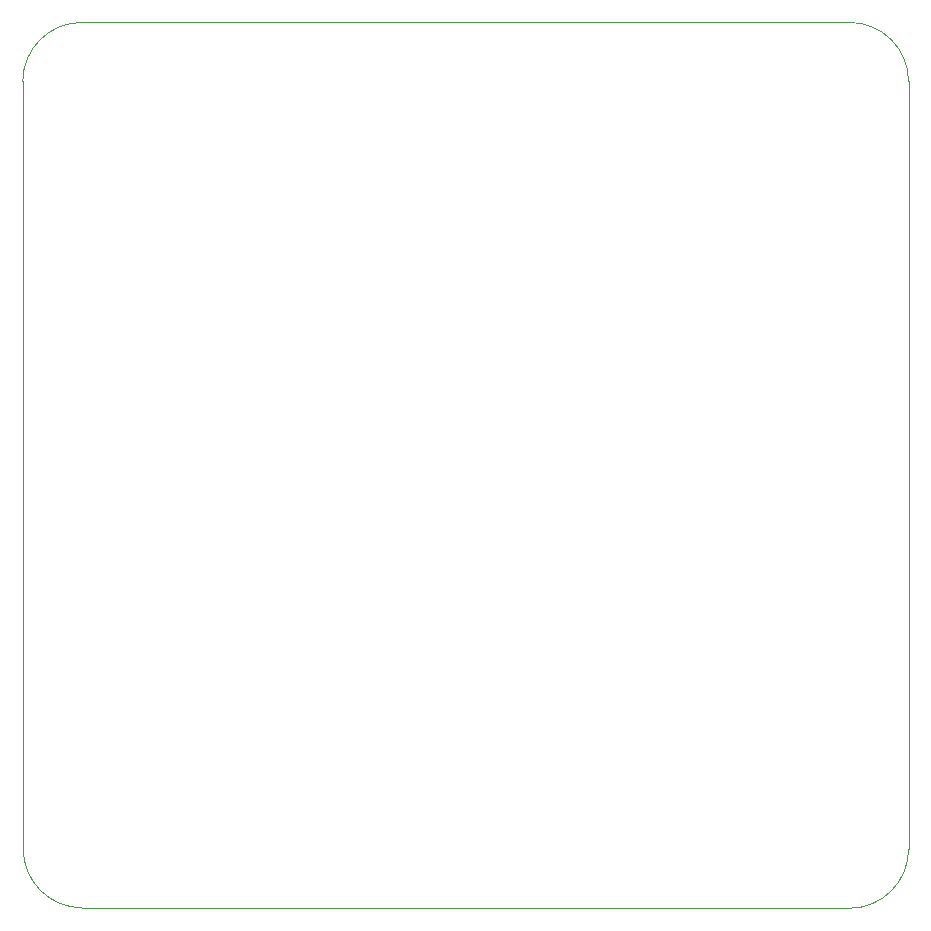
<source format=gbr>
%TF.GenerationSoftware,KiCad,Pcbnew,(6.0.7)*%
%TF.CreationDate,2022-08-02T16:10:14+02:00*%
%TF.ProjectId,school_meteo,7363686f-6f6c-45f6-9d65-74656f2e6b69,rev?*%
%TF.SameCoordinates,Original*%
%TF.FileFunction,Profile,NP*%
%FSLAX46Y46*%
G04 Gerber Fmt 4.6, Leading zero omitted, Abs format (unit mm)*
G04 Created by KiCad (PCBNEW (6.0.7)) date 2022-08-02 16:10:14*
%MOMM*%
%LPD*%
G01*
G04 APERTURE LIST*
%TA.AperFunction,Profile*%
%ADD10C,0.100000*%
%TD*%
G04 APERTURE END LIST*
D10*
X8035534Y35534D02*
X73000000Y0D01*
X73000000Y75000000D02*
X8000000Y75000000D01*
X3000000Y70000000D02*
X3035534Y5035534D01*
X3035534Y5035534D02*
G75*
G03*
X8035534Y35534I4999996J-4D01*
G01*
X78000000Y70000000D02*
G75*
G03*
X73000000Y75000000I-5000000J0D01*
G01*
X78000000Y5000000D02*
X78000000Y70000000D01*
X8000000Y75000000D02*
G75*
G03*
X3000000Y70000000I0J-5000000D01*
G01*
X73000000Y0D02*
G75*
G03*
X78000000Y5000000I0J5000000D01*
G01*
M02*

</source>
